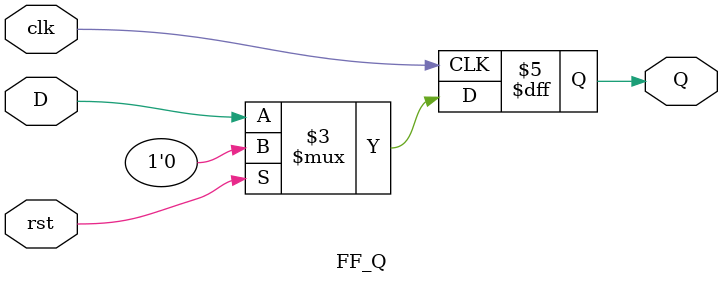
<source format=v>
`timescale 1ns / 1ps


module FF_Q
    (
        input D,clk,rst,
        output reg Q
    );

    always @(posedge clk ) 
    begin
        if (rst) 
        begin
            Q<=1'b0;    
        end 
        else
            Q=D;   
    end
endmodule

</source>
